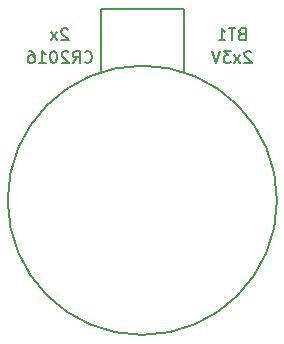
<source format=gbo>
G04 #@! TF.FileFunction,Legend,Bot*
%FSLAX46Y46*%
G04 Gerber Fmt 4.6, Leading zero omitted, Abs format (unit mm)*
G04 Created by KiCad (PCBNEW 0.201508170901+6097~28~ubuntu14.04.1-product) date So 05 Jun 2016 18:42:39 CEST*
%MOMM*%
G01*
G04 APERTURE LIST*
%ADD10C,0.100000*%
%ADD11C,0.150000*%
G04 APERTURE END LIST*
D10*
D11*
X5205476Y-2117619D02*
X5157857Y-2070000D01*
X5062619Y-2022381D01*
X4824523Y-2022381D01*
X4729285Y-2070000D01*
X4681666Y-2117619D01*
X4634047Y-2212857D01*
X4634047Y-2308095D01*
X4681666Y-2450952D01*
X5253095Y-3022381D01*
X4634047Y-3022381D01*
X4300714Y-3022381D02*
X3776904Y-2355714D01*
X4300714Y-2355714D02*
X3776904Y-3022381D01*
X6610238Y-4832143D02*
X6657857Y-4879762D01*
X6800714Y-4927381D01*
X6895952Y-4927381D01*
X7038810Y-4879762D01*
X7134048Y-4784524D01*
X7181667Y-4689286D01*
X7229286Y-4498810D01*
X7229286Y-4355952D01*
X7181667Y-4165476D01*
X7134048Y-4070238D01*
X7038810Y-3975000D01*
X6895952Y-3927381D01*
X6800714Y-3927381D01*
X6657857Y-3975000D01*
X6610238Y-4022619D01*
X5610238Y-4927381D02*
X5943572Y-4451190D01*
X6181667Y-4927381D02*
X6181667Y-3927381D01*
X5800714Y-3927381D01*
X5705476Y-3975000D01*
X5657857Y-4022619D01*
X5610238Y-4117857D01*
X5610238Y-4260714D01*
X5657857Y-4355952D01*
X5705476Y-4403571D01*
X5800714Y-4451190D01*
X6181667Y-4451190D01*
X5229286Y-4022619D02*
X5181667Y-3975000D01*
X5086429Y-3927381D01*
X4848333Y-3927381D01*
X4753095Y-3975000D01*
X4705476Y-4022619D01*
X4657857Y-4117857D01*
X4657857Y-4213095D01*
X4705476Y-4355952D01*
X5276905Y-4927381D01*
X4657857Y-4927381D01*
X4038810Y-3927381D02*
X3943571Y-3927381D01*
X3848333Y-3975000D01*
X3800714Y-4022619D01*
X3753095Y-4117857D01*
X3705476Y-4308333D01*
X3705476Y-4546429D01*
X3753095Y-4736905D01*
X3800714Y-4832143D01*
X3848333Y-4879762D01*
X3943571Y-4927381D01*
X4038810Y-4927381D01*
X4134048Y-4879762D01*
X4181667Y-4832143D01*
X4229286Y-4736905D01*
X4276905Y-4546429D01*
X4276905Y-4308333D01*
X4229286Y-4117857D01*
X4181667Y-4022619D01*
X4134048Y-3975000D01*
X4038810Y-3927381D01*
X2753095Y-4927381D02*
X3324524Y-4927381D01*
X3038810Y-4927381D02*
X3038810Y-3927381D01*
X3134048Y-4070238D01*
X3229286Y-4165476D01*
X3324524Y-4213095D01*
X1895952Y-3927381D02*
X2086429Y-3927381D01*
X2181667Y-3975000D01*
X2229286Y-4022619D01*
X2324524Y-4165476D01*
X2372143Y-4355952D01*
X2372143Y-4736905D01*
X2324524Y-4832143D01*
X2276905Y-4879762D01*
X2181667Y-4927381D01*
X1991190Y-4927381D01*
X1895952Y-4879762D01*
X1848333Y-4832143D01*
X1800714Y-4736905D01*
X1800714Y-4498810D01*
X1848333Y-4403571D01*
X1895952Y-4355952D01*
X1991190Y-4308333D01*
X2181667Y-4308333D01*
X2276905Y-4355952D01*
X2324524Y-4403571D01*
X2372143Y-4498810D01*
X8000000Y-370000D02*
X8000000Y-5670000D01*
X15000000Y-370000D02*
X15000000Y-5670000D01*
X15000000Y-370000D02*
X8000000Y-370000D01*
X22900000Y-16570000D02*
G75*
G03X22900000Y-16570000I-11400000J0D01*
G01*
X19905714Y-2498571D02*
X19762857Y-2546190D01*
X19715238Y-2593810D01*
X19667619Y-2689048D01*
X19667619Y-2831905D01*
X19715238Y-2927143D01*
X19762857Y-2974762D01*
X19858095Y-3022381D01*
X20239048Y-3022381D01*
X20239048Y-2022381D01*
X19905714Y-2022381D01*
X19810476Y-2070000D01*
X19762857Y-2117619D01*
X19715238Y-2212857D01*
X19715238Y-2308095D01*
X19762857Y-2403333D01*
X19810476Y-2450952D01*
X19905714Y-2498571D01*
X20239048Y-2498571D01*
X19381905Y-2022381D02*
X18810476Y-2022381D01*
X19096191Y-3022381D02*
X19096191Y-2022381D01*
X17953333Y-3022381D02*
X18524762Y-3022381D01*
X18239048Y-3022381D02*
X18239048Y-2022381D01*
X18334286Y-2165238D01*
X18429524Y-2260476D01*
X18524762Y-2308095D01*
X20715238Y-4022619D02*
X20667619Y-3975000D01*
X20572381Y-3927381D01*
X20334285Y-3927381D01*
X20239047Y-3975000D01*
X20191428Y-4022619D01*
X20143809Y-4117857D01*
X20143809Y-4213095D01*
X20191428Y-4355952D01*
X20762857Y-4927381D01*
X20143809Y-4927381D01*
X19810476Y-4927381D02*
X19286666Y-4260714D01*
X19810476Y-4260714D02*
X19286666Y-4927381D01*
X19000952Y-3927381D02*
X18381904Y-3927381D01*
X18715238Y-4308333D01*
X18572380Y-4308333D01*
X18477142Y-4355952D01*
X18429523Y-4403571D01*
X18381904Y-4498810D01*
X18381904Y-4736905D01*
X18429523Y-4832143D01*
X18477142Y-4879762D01*
X18572380Y-4927381D01*
X18858095Y-4927381D01*
X18953333Y-4879762D01*
X19000952Y-4832143D01*
X18096190Y-3927381D02*
X17762857Y-4927381D01*
X17429523Y-3927381D01*
M02*

</source>
